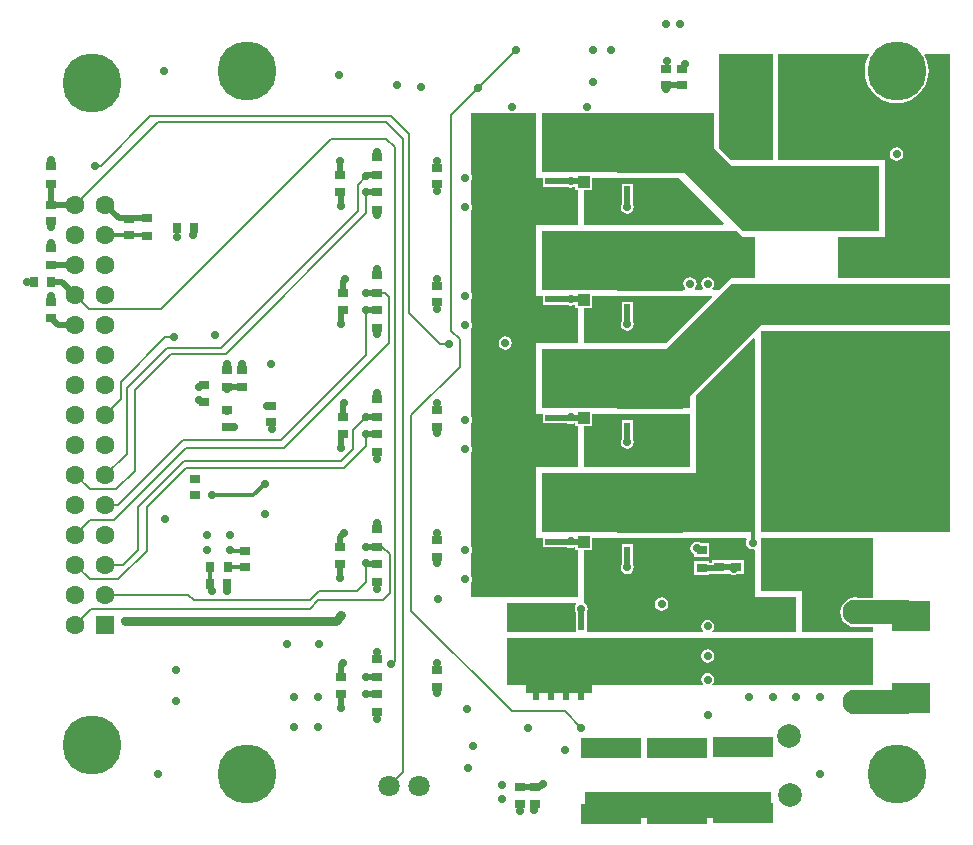
<source format=gbl>
G04 Layer_Physical_Order=4*
G04 Layer_Color=16711680*
%FSLAX44Y44*%
%MOMM*%
G71*
G01*
G75*
%ADD10R,0.8000X0.9000*%
%ADD13R,0.9000X0.8000*%
%ADD14R,2.0000X3.2000*%
%ADD26C,0.5000*%
%ADD27C,0.3000*%
%ADD28C,0.2000*%
%ADD29C,0.7500*%
%ADD37C,2.0000*%
%ADD38C,2.1000*%
%ADD39C,5.0000*%
%ADD40C,1.6000*%
%ADD41R,1.6000X1.6000*%
%ADD42C,1.8000*%
%ADD43C,0.7000*%
%ADD44R,5.1500X1.8000*%
%ADD45R,3.3000X2.5000*%
%ADD46R,1.5000X0.5000*%
%ADD47R,0.5000X1.5000*%
%ADD48R,1.0000X1.0000*%
%ADD49C,2.0000*%
%ADD50R,15.8000X2.3000*%
G36*
X1095000Y845000D02*
X1000000D01*
Y880000D01*
X1040000D01*
Y945000D01*
X950000D01*
Y1035000D01*
X1026226D01*
X1026847Y1033892D01*
X1025869Y1032296D01*
X1024242Y1028369D01*
X1023250Y1024237D01*
X1022916Y1020000D01*
X1023250Y1015763D01*
X1024242Y1011631D01*
X1025869Y1007704D01*
X1028089Y1004081D01*
X1030849Y1000849D01*
X1034081Y998089D01*
X1037704Y995868D01*
X1041631Y994242D01*
X1045763Y993250D01*
X1050000Y992916D01*
X1054237Y993250D01*
X1058369Y994242D01*
X1062296Y995868D01*
X1065919Y998089D01*
X1069151Y1000849D01*
X1071911Y1004081D01*
X1074132Y1007704D01*
X1075758Y1011631D01*
X1076750Y1015763D01*
X1077084Y1020000D01*
X1076750Y1024237D01*
X1075758Y1028369D01*
X1074132Y1032296D01*
X1073153Y1033892D01*
X1073774Y1035000D01*
X1095000D01*
Y845000D01*
D02*
G37*
G36*
X895000Y955000D02*
X910000Y940000D01*
X1035000D01*
Y885000D01*
X920000D01*
X870000Y935000D01*
X869000D01*
Y934000D01*
X813000D01*
Y935000D01*
X750000D01*
Y985000D01*
X785583D01*
X785854Y984819D01*
X788000Y984392D01*
X790146Y984819D01*
X790417Y985000D01*
X895000D01*
Y955000D01*
D02*
G37*
G36*
X745000Y930000D02*
X750500D01*
Y922400D01*
X759557D01*
X760000Y922312D01*
X771117D01*
X771854Y921819D01*
X774000Y921392D01*
X776146Y921819D01*
X776730Y922209D01*
X778000Y921871D01*
Y919500D01*
X780000D01*
Y890000D01*
X745000D01*
Y830000D01*
X750500D01*
Y822400D01*
X759557D01*
X760000Y822312D01*
X771117D01*
X771854Y821819D01*
X774000Y821392D01*
X776146Y821819D01*
X776730Y822209D01*
X778000Y821871D01*
Y819500D01*
X780000D01*
Y790000D01*
X745000D01*
Y730000D01*
X750500D01*
Y722400D01*
X759557D01*
X760000Y722312D01*
X771117D01*
X771854Y721819D01*
X774000Y721392D01*
X776146Y721819D01*
X776730Y722209D01*
X778000Y721871D01*
Y719500D01*
X780000D01*
Y685000D01*
X745000D01*
Y625000D01*
X750500D01*
Y617400D01*
X759557D01*
X760000Y617312D01*
X771117D01*
X771854Y616819D01*
X774000Y616392D01*
X776146Y616819D01*
X776730Y617209D01*
X778000Y616871D01*
Y614500D01*
X780000D01*
Y575000D01*
X690000D01*
Y587583D01*
X690181Y587854D01*
X690608Y590000D01*
X690181Y592146D01*
X690000Y592417D01*
Y612583D01*
X690181Y612854D01*
X690608Y615000D01*
X690181Y617146D01*
X690000Y617417D01*
Y697583D01*
X690181Y697854D01*
X690608Y700000D01*
X690181Y702146D01*
X690000Y702417D01*
Y722583D01*
X690181Y722854D01*
X690608Y725000D01*
X690181Y727146D01*
X690000Y727417D01*
Y802583D01*
X690181Y802854D01*
X690608Y805000D01*
X690181Y807146D01*
X690000Y807417D01*
Y827583D01*
X690181Y827854D01*
X690608Y830000D01*
X690181Y832146D01*
X690000Y832417D01*
Y902583D01*
X690181Y902854D01*
X690608Y905000D01*
X690181Y907146D01*
X690000Y907417D01*
Y927583D01*
X690181Y927854D01*
X690608Y930000D01*
X690181Y932146D01*
X690000Y932417D01*
Y985000D01*
X721583D01*
X721854Y984819D01*
X724000Y984392D01*
X726146Y984819D01*
X726417Y985000D01*
X745000D01*
Y930000D01*
D02*
G37*
G36*
X945000Y945000D02*
X910000D01*
X900000Y955000D01*
Y1035000D01*
X945000D01*
Y945000D01*
D02*
G37*
G36*
X903827Y891173D02*
X903341Y890000D01*
X785000D01*
Y919500D01*
X792000D01*
Y930000D01*
X865000Y930000D01*
X903827Y891173D01*
D02*
G37*
G36*
X920000Y880000D02*
X930000D01*
Y845000D01*
X910000D01*
X900000Y835000D01*
X894529D01*
X894122Y836270D01*
X895181Y837854D01*
X895608Y840000D01*
X895181Y842146D01*
X893965Y843965D01*
X892146Y845181D01*
X890000Y845608D01*
X887854Y845181D01*
X886035Y843965D01*
X884819Y842146D01*
X884392Y840000D01*
X884819Y837854D01*
X885878Y836270D01*
X885471Y835000D01*
X879529D01*
X879122Y836270D01*
X880181Y837854D01*
X880608Y840000D01*
X880181Y842146D01*
X878965Y843965D01*
X877146Y845181D01*
X875000Y845608D01*
X872854Y845181D01*
X871035Y843965D01*
X869819Y842146D01*
X869392Y840000D01*
X869819Y837854D01*
X870878Y836270D01*
X870471Y835000D01*
X869000D01*
Y834000D01*
X813000D01*
Y835000D01*
X750000D01*
Y885000D01*
X915000D01*
X920000Y880000D01*
D02*
G37*
G36*
X893827Y828827D02*
X855000Y790000D01*
X785000D01*
Y819500D01*
X792000D01*
Y830000D01*
X893341D01*
X893827Y828827D01*
D02*
G37*
G36*
X1095000Y805000D02*
X935000D01*
X875000Y745000D01*
Y735000D01*
X869000D01*
Y734000D01*
X813000D01*
Y735000D01*
X750000D01*
Y785000D01*
X855000D01*
X910000Y840000D01*
X1095000D01*
Y805000D01*
D02*
G37*
G36*
X875000Y685000D02*
X785000D01*
Y719500D01*
X792000D01*
Y730000D01*
X875000D01*
Y685000D01*
D02*
G37*
G36*
X1095000Y630000D02*
X935000D01*
Y800000D01*
X1095000D01*
Y630000D01*
D02*
G37*
G36*
X930000Y793341D02*
Y630000D01*
X869000D01*
Y629000D01*
X813000D01*
Y630000D01*
X750000D01*
Y680000D01*
X880000D01*
Y745000D01*
X928827Y793827D01*
X930000Y793341D01*
D02*
G37*
G36*
X1030000Y574004D02*
X1018444D01*
X1018263Y574078D01*
X1015000Y574508D01*
X1011737Y574078D01*
X1008696Y572819D01*
X1006085Y570815D01*
X1004081Y568204D01*
X1002822Y565163D01*
X1002392Y561900D01*
X1002822Y558637D01*
X1004081Y555596D01*
X1006085Y552985D01*
X1008696Y550981D01*
X1011737Y549722D01*
X1015000Y549292D01*
X1018263Y549722D01*
X1018444Y549796D01*
X1030000D01*
Y545000D01*
X970000D01*
Y580000D01*
X935000D01*
Y625000D01*
X1030000D01*
Y574004D01*
D02*
G37*
G36*
X923209Y623730D02*
X922819Y623146D01*
X922392Y621000D01*
X922819Y618854D01*
X924035Y617035D01*
X925854Y615819D01*
X928000Y615392D01*
X929018Y615595D01*
X930000Y614789D01*
Y575000D01*
X965000D01*
Y545000D01*
X894529D01*
X894122Y546270D01*
X895181Y547854D01*
X895608Y550000D01*
X895181Y552146D01*
X893965Y553965D01*
X892146Y555181D01*
X890000Y555608D01*
X887854Y555181D01*
X886035Y553965D01*
X884819Y552146D01*
X884392Y550000D01*
X884819Y547854D01*
X885878Y546270D01*
X885471Y545000D01*
X788663D01*
X787600Y545500D01*
Y561985D01*
X788181Y562854D01*
X788608Y565000D01*
X788181Y567146D01*
X786965Y568965D01*
X785146Y570181D01*
X785000Y570210D01*
Y614500D01*
X792000D01*
Y625000D01*
X922531D01*
X923209Y623730D01*
D02*
G37*
G36*
X778877Y568730D02*
X777819Y567146D01*
X777392Y565000D01*
X777819Y562854D01*
X778600Y561685D01*
Y545500D01*
X777537Y545000D01*
X720000D01*
Y570000D01*
X778471D01*
X778877Y568730D01*
D02*
G37*
G36*
X1030000Y500000D02*
X894529D01*
X894122Y501270D01*
X895181Y502854D01*
X895608Y505000D01*
X895181Y507146D01*
X893965Y508965D01*
X892146Y510181D01*
X890000Y510608D01*
X887854Y510181D01*
X886035Y508965D01*
X884819Y507146D01*
X884392Y505000D01*
X884819Y502854D01*
X885878Y501270D01*
X885471Y500000D01*
X792000D01*
Y494000D01*
X736000D01*
Y500000D01*
X720000D01*
Y540000D01*
X1030000D01*
Y500000D01*
D02*
G37*
%LPC*%
G36*
X1050000Y955608D02*
X1047854Y955181D01*
X1046035Y953965D01*
X1044819Y952146D01*
X1044392Y950000D01*
X1044819Y947854D01*
X1046035Y946035D01*
X1047854Y944819D01*
X1050000Y944392D01*
X1052146Y944819D01*
X1053965Y946035D01*
X1055181Y947854D01*
X1055608Y950000D01*
X1055181Y952146D01*
X1053965Y953965D01*
X1052146Y955181D01*
X1050000Y955608D01*
D02*
G37*
G36*
X718620Y795608D02*
X716474Y795181D01*
X714655Y793965D01*
X713439Y792146D01*
X713012Y790000D01*
X713439Y787854D01*
X714655Y786035D01*
X716474Y784819D01*
X718620Y784392D01*
X720766Y784819D01*
X722585Y786035D01*
X723801Y787854D01*
X724228Y790000D01*
X723801Y792146D01*
X722585Y793965D01*
X720766Y795181D01*
X718620Y795608D01*
D02*
G37*
G36*
X826400Y924500D02*
X817400D01*
Y908015D01*
X816819Y907146D01*
X816392Y905000D01*
X816819Y902854D01*
X818035Y901035D01*
X819854Y899819D01*
X822000Y899392D01*
X824146Y899819D01*
X825965Y901035D01*
X827181Y902854D01*
X827608Y905000D01*
X827181Y907146D01*
X826400Y908315D01*
Y924500D01*
D02*
G37*
G36*
X826400Y824500D02*
X817400D01*
Y809015D01*
X816819Y808146D01*
X816392Y806000D01*
X816819Y803854D01*
X818035Y802035D01*
X819854Y800819D01*
X822000Y800392D01*
X824146Y800819D01*
X825965Y802035D01*
X827181Y803854D01*
X827608Y806000D01*
X827181Y808146D01*
X826400Y809315D01*
Y824500D01*
D02*
G37*
G36*
X826400Y724500D02*
X817400D01*
Y709015D01*
X816819Y708146D01*
X816392Y706000D01*
X816819Y703854D01*
X818035Y702035D01*
X819854Y700819D01*
X822000Y700392D01*
X824146Y700819D01*
X825965Y702035D01*
X827181Y703854D01*
X827608Y706000D01*
X827181Y708146D01*
X826400Y709315D01*
Y724500D01*
D02*
G37*
G36*
X881000Y621608D02*
X878854Y621181D01*
X877035Y619965D01*
X875819Y618146D01*
X875392Y616000D01*
X875819Y613854D01*
X877035Y612035D01*
X878500Y611056D01*
Y608620D01*
X891500D01*
Y620620D01*
X883985D01*
X883146Y621181D01*
X881000Y621608D01*
D02*
G37*
G36*
X906500Y606000D02*
Y606000D01*
X906267Y606000D01*
X893500D01*
Y603968D01*
X891500D01*
Y605380D01*
X878500D01*
Y593380D01*
X891500D01*
Y594792D01*
X893500D01*
Y594000D01*
X906500D01*
Y594000D01*
X907500D01*
Y594000D01*
X909583D01*
X909854Y593819D01*
X912000Y593392D01*
X914146Y593819D01*
X914417Y594000D01*
X920500D01*
Y606000D01*
X907733D01*
X907500Y606000D01*
Y606000D01*
X906500D01*
D02*
G37*
G36*
X826400Y619500D02*
X817400D01*
Y603015D01*
X816819Y602146D01*
X816392Y600000D01*
X816819Y597854D01*
X818035Y596035D01*
X819854Y594819D01*
X822000Y594392D01*
X824146Y594819D01*
X825965Y596035D01*
X827181Y597854D01*
X827608Y600000D01*
X827181Y602146D01*
X826400Y603315D01*
Y619500D01*
D02*
G37*
G36*
X851000Y574608D02*
X848854Y574181D01*
X847035Y572965D01*
X845819Y571146D01*
X845392Y569000D01*
X845819Y566854D01*
X847035Y565035D01*
X848854Y563819D01*
X851000Y563392D01*
X853146Y563819D01*
X854965Y565035D01*
X856181Y566854D01*
X856608Y569000D01*
X856181Y571146D01*
X854965Y572965D01*
X853146Y574181D01*
X851000Y574608D01*
D02*
G37*
G36*
X890000Y530608D02*
X887854Y530181D01*
X886035Y528965D01*
X884819Y527146D01*
X884392Y525000D01*
X884819Y522854D01*
X886035Y521035D01*
X887854Y519819D01*
X890000Y519392D01*
X892146Y519819D01*
X893965Y521035D01*
X895181Y522854D01*
X895608Y525000D01*
X895181Y527146D01*
X893965Y528965D01*
X892146Y530181D01*
X890000Y530608D01*
D02*
G37*
%LPD*%
D10*
X455000Y887000D02*
D03*
X441000D02*
D03*
X320000Y842000D02*
D03*
X334000D02*
D03*
X483000Y586000D02*
D03*
X469000D02*
D03*
X483620Y600000D02*
D03*
X468380D02*
D03*
D13*
X885000Y614620D02*
D03*
Y599380D02*
D03*
X744000Y400000D02*
D03*
Y414000D02*
D03*
X731000D02*
D03*
Y400000D02*
D03*
X868000Y1022000D02*
D03*
Y1008000D02*
D03*
X914000Y614000D02*
D03*
Y600000D02*
D03*
X661000Y623000D02*
D03*
Y609000D02*
D03*
Y838350D02*
D03*
Y824350D02*
D03*
X581000Y818000D02*
D03*
Y832000D02*
D03*
X579000Y918000D02*
D03*
Y932000D02*
D03*
X610000Y617380D02*
D03*
Y632620D02*
D03*
Y832380D02*
D03*
Y847620D02*
D03*
Y932380D02*
D03*
Y947620D02*
D03*
Y507380D02*
D03*
Y522620D02*
D03*
X661000Y938350D02*
D03*
Y924350D02*
D03*
X498000Y614000D02*
D03*
Y600000D02*
D03*
X855000Y1022000D02*
D03*
Y1008000D02*
D03*
X334000Y939620D02*
D03*
Y924380D02*
D03*
Y811000D02*
D03*
Y825000D02*
D03*
Y870000D02*
D03*
Y856000D02*
D03*
X415000Y880380D02*
D03*
Y895620D02*
D03*
X400000Y895000D02*
D03*
Y881000D02*
D03*
X334000Y907000D02*
D03*
Y893000D02*
D03*
X464000Y754000D02*
D03*
Y740000D02*
D03*
X483000Y753000D02*
D03*
Y767000D02*
D03*
X496000Y753000D02*
D03*
Y767000D02*
D03*
X520000Y737000D02*
D03*
Y723000D02*
D03*
X483000Y733000D02*
D03*
Y719000D02*
D03*
X456000Y675000D02*
D03*
Y661000D02*
D03*
X579000Y603000D02*
D03*
Y617000D02*
D03*
X610000Y602620D02*
D03*
Y587380D02*
D03*
Y492620D02*
D03*
Y477380D02*
D03*
X580000Y493000D02*
D03*
Y507000D02*
D03*
X661000Y513000D02*
D03*
Y499000D02*
D03*
X900000Y614000D02*
D03*
Y600000D02*
D03*
X610000Y817620D02*
D03*
Y802380D02*
D03*
Y712620D02*
D03*
Y697380D02*
D03*
X581000Y713000D02*
D03*
Y727000D02*
D03*
X610000Y727380D02*
D03*
Y742620D02*
D03*
X661000Y733000D02*
D03*
Y719000D02*
D03*
X610000Y917620D02*
D03*
Y902380D02*
D03*
D14*
X913300Y970000D02*
D03*
X976700D02*
D03*
X913300Y1015000D02*
D03*
X976700D02*
D03*
X918300Y675000D02*
D03*
X981700D02*
D03*
X918300Y720000D02*
D03*
X981700D02*
D03*
D26*
X885000Y599380D02*
X899380D01*
X858000Y1008000D02*
X868000D01*
X900000Y600000D02*
X911000D01*
X744000Y414000D02*
X748000D01*
X731000D02*
X744000D01*
X748000D02*
X751000Y417000D01*
X400000Y895620D02*
X415000D01*
X391380D02*
X400000D01*
X380000Y907000D02*
X391380Y895620D01*
X760000Y926900D02*
X784600D01*
X760000Y826900D02*
X784600D01*
X760000Y726900D02*
X784600D01*
X339600Y805400D02*
X354600D01*
X334000Y811000D02*
X339600Y805400D01*
X334200Y856200D02*
X354600D01*
X602380Y932380D02*
X610000D01*
X601000Y931000D02*
X602380Y932380D01*
X601380Y917620D02*
X610000D01*
X601000Y918000D02*
X601380Y917620D01*
X580000Y906000D02*
Y917000D01*
X579000Y932000D02*
Y944000D01*
X581000Y832000D02*
Y842100D01*
X582950Y844050D01*
X580000Y806000D02*
Y817000D01*
X581000Y727000D02*
Y738100D01*
X580000Y701000D02*
Y712000D01*
X579000Y617000D02*
Y626100D01*
X581950Y629050D01*
X579000Y591000D02*
Y603000D01*
X580000Y507000D02*
Y518000D01*
X580000Y481000D02*
Y493000D01*
X601380Y507380D02*
X610000D01*
X601380Y492620D02*
X610000D01*
X602380Y602620D02*
X610000D01*
X601380Y617380D02*
X610000D01*
X601380Y712620D02*
X610000D01*
X601380Y727380D02*
X610000D01*
X601380Y817620D02*
X610000D01*
X601380Y832380D02*
X610000D01*
X760000Y621900D02*
X785400D01*
X343400Y842000D02*
X354600Y830800D01*
X334000Y842000D02*
X343400D01*
X485000Y753000D02*
X496000D01*
X334000Y907000D02*
X354600D01*
X334000D02*
Y924380D01*
D27*
X928000Y621000D02*
Y633000D01*
X469000Y586000D02*
Y599380D01*
X483620Y600000D02*
X498000D01*
X487000Y614000D02*
X498000D01*
X380000Y881600D02*
X413780D01*
X470000Y661000D02*
X505000D01*
X515000Y671000D01*
D28*
X415000Y614000D02*
Y651000D01*
X391000Y590000D02*
X415000Y614000D01*
X366800Y590000D02*
X391000D01*
X601000Y900000D02*
Y918000D01*
X482000Y781000D02*
X601000Y900000D01*
X436000Y781000D02*
X482000D01*
X594000Y902000D02*
Y924000D01*
X478000Y786000D02*
X594000Y902000D01*
X432000Y786000D02*
X478000D01*
X366400Y819000D02*
X427000D01*
X400000Y895000D02*
Y895620D01*
X371000Y940000D02*
X376000D01*
X418000Y982000D01*
X622000D01*
X424600Y977000D02*
X618000D01*
X354600Y907000D02*
X424600Y977000D01*
X415000Y651000D02*
X448000Y684000D01*
X582000D01*
X447000Y690000D02*
X580000D01*
X408000Y651000D02*
X447000Y690000D01*
X408000Y615000D02*
Y651000D01*
X448000Y701000D02*
X531000D01*
X387000Y640000D02*
X448000Y701000D01*
X367000Y640000D02*
X387000D01*
X446000Y708000D02*
X529000D01*
X391000Y653000D02*
X446000Y708000D01*
X380000Y653000D02*
X391000D01*
X531000Y701000D02*
X620000Y790000D01*
X380000Y576800D02*
X450200D01*
X553000Y572000D02*
X561000Y580000D01*
X455000Y572000D02*
X553000D01*
X450200Y576800D02*
X455000Y572000D01*
X553000Y565000D02*
X560000Y572000D01*
X368200Y565000D02*
X553000D01*
X354600Y551400D02*
X368200Y565000D01*
X431000Y795000D02*
X438000D01*
X393000Y757000D02*
X431000Y795000D01*
X393000Y742200D02*
Y757000D01*
X380000Y729200D02*
X393000Y742200D01*
X367000Y666000D02*
X389000D01*
X405000Y682000D01*
Y750000D01*
X436000Y781000D01*
X380000Y678400D02*
X398000Y696400D01*
Y752000D01*
X432000Y786000D01*
X673000Y983000D02*
X728000Y1038000D01*
X673000Y800000D02*
Y983000D01*
X560000Y572000D02*
X615000D01*
X621000Y578000D01*
Y611000D01*
X614620Y617380D02*
X621000Y611000D01*
X610000Y617380D02*
X614620D01*
X561000Y580000D02*
X593000D01*
X601000Y588000D01*
Y604000D01*
Y703000D02*
Y713000D01*
X582000Y684000D02*
X601000Y703000D01*
X354600Y602200D02*
X366800Y590000D01*
X380000Y602200D02*
X395200D01*
X408000Y615000D01*
X580000Y690000D02*
X590000Y700000D01*
Y716000D01*
X601000Y727000D01*
X354600Y627600D02*
X367000Y640000D01*
X620000Y790000D02*
Y829000D01*
X616620Y832380D02*
X620000Y829000D01*
X610000Y832380D02*
X616620D01*
X601000Y780000D02*
Y818000D01*
X529000Y708000D02*
X601000Y780000D01*
X354600Y678400D02*
X367000Y666000D01*
X594000Y924000D02*
X601000Y931000D01*
X637000Y815000D02*
Y967000D01*
X622000Y982000D02*
X637000Y967000D01*
X632000Y427000D02*
Y963000D01*
X618000Y977000D02*
X632000Y963000D01*
X620000Y415000D02*
X632000Y427000D01*
X354600Y830800D02*
X366400Y819000D01*
X427000D02*
X571000Y963000D01*
X618000D01*
X625000Y956000D01*
Y521000D02*
Y956000D01*
X622000Y518000D02*
X625000Y521000D01*
X663000Y789000D02*
X671000D01*
X637000Y815000D02*
X663000Y789000D01*
X639000Y563000D02*
Y729000D01*
X680000Y770000D01*
Y793000D01*
X673000Y800000D02*
X680000Y793000D01*
X724000Y478000D02*
X769000D01*
X783000Y464000D01*
X639000Y563000D02*
X724000Y478000D01*
D29*
X397000Y555000D02*
X575000D01*
X580000Y560000D01*
D37*
X960000Y407500D02*
D03*
X959000Y457500D02*
D03*
D38*
X1015000Y485700D02*
D03*
Y523800D02*
D03*
Y561900D02*
D03*
Y600000D02*
D03*
X1015000Y785700D02*
D03*
Y823800D02*
D03*
Y861900D02*
D03*
Y900000D02*
D03*
D39*
X500000Y425000D02*
D03*
X369000Y450000D02*
D03*
Y1010000D02*
D03*
X1050000Y425000D02*
D03*
Y1020000D02*
D03*
X500000D02*
D03*
D40*
X354600Y703800D02*
D03*
Y754600D02*
D03*
Y729200D02*
D03*
Y780000D02*
D03*
Y678400D02*
D03*
Y653000D02*
D03*
Y627600D02*
D03*
Y602200D02*
D03*
Y576800D02*
D03*
Y551400D02*
D03*
X380000Y576800D02*
D03*
Y602200D02*
D03*
Y627600D02*
D03*
Y653000D02*
D03*
Y678400D02*
D03*
Y703800D02*
D03*
Y729200D02*
D03*
Y754600D02*
D03*
Y780000D02*
D03*
Y907000D02*
D03*
Y881600D02*
D03*
Y856200D02*
D03*
Y830800D02*
D03*
Y805400D02*
D03*
X354600D02*
D03*
Y830800D02*
D03*
Y856200D02*
D03*
Y881600D02*
D03*
Y907000D02*
D03*
D41*
X380000Y551400D02*
D03*
D42*
X645400Y415000D02*
D03*
X620000D02*
D03*
D43*
X769000Y445000D02*
D03*
X867000Y1060000D02*
D03*
X855000D02*
D03*
X881000Y616000D02*
D03*
X912000Y599000D02*
D03*
X851000Y569000D02*
D03*
X940000Y645000D02*
D03*
X928000Y621000D02*
D03*
X731000Y394000D02*
D03*
X743000Y395000D02*
D03*
X751000Y417000D02*
D03*
X716000Y404000D02*
D03*
Y416000D02*
D03*
X409000Y555000D02*
D03*
X397000Y555000D02*
D03*
X580000Y560000D02*
D03*
X662000Y573000D02*
D03*
X917000Y615000D02*
D03*
X871000Y1026000D02*
D03*
X735000Y648000D02*
D03*
Y661000D02*
D03*
Y617000D02*
D03*
Y632000D02*
D03*
Y720000D02*
D03*
Y735000D02*
D03*
Y750000D02*
D03*
Y765000D02*
D03*
Y920000D02*
D03*
Y935000D02*
D03*
Y950000D02*
D03*
Y965000D02*
D03*
X734000Y853000D02*
D03*
Y867000D02*
D03*
Y820000D02*
D03*
Y835000D02*
D03*
X800000Y635000D02*
D03*
X815000D02*
D03*
X830000D02*
D03*
X845000D02*
D03*
X860000D02*
D03*
X810000Y758000D02*
D03*
X825000D02*
D03*
X840000D02*
D03*
X855000D02*
D03*
X871000D02*
D03*
X870000Y740000D02*
D03*
X855000D02*
D03*
X840000D02*
D03*
X825000D02*
D03*
X810000D02*
D03*
X800000Y820000D02*
D03*
X890000Y840000D02*
D03*
X875000D02*
D03*
X815000D02*
D03*
X830000D02*
D03*
X800000D02*
D03*
X845000D02*
D03*
X860000D02*
D03*
X825000Y940000D02*
D03*
X840000D02*
D03*
X810000D02*
D03*
X855000D02*
D03*
X870000D02*
D03*
X960000Y955000D02*
D03*
Y980000D02*
D03*
X1035000Y955000D02*
D03*
Y980000D02*
D03*
X1015000Y955000D02*
D03*
Y980000D02*
D03*
Y1006000D02*
D03*
Y1025000D02*
D03*
X940000Y1015000D02*
D03*
X907000Y955000D02*
D03*
Y980000D02*
D03*
Y1005000D02*
D03*
Y1025000D02*
D03*
X940000Y968000D02*
D03*
X371000Y940000D02*
D03*
X438000Y795000D02*
D03*
X724000Y990000D02*
D03*
X696000Y1006000D02*
D03*
X728000Y1038000D02*
D03*
X810000Y695000D02*
D03*
X825000D02*
D03*
X840000D02*
D03*
X855000D02*
D03*
X870000D02*
D03*
Y585000D02*
D03*
X855000D02*
D03*
X840000D02*
D03*
X825000D02*
D03*
X810000D02*
D03*
X930000Y955000D02*
D03*
Y980000D02*
D03*
Y1005000D02*
D03*
Y1025000D02*
D03*
X825000Y895000D02*
D03*
X840000D02*
D03*
X810000D02*
D03*
X855000D02*
D03*
X870000D02*
D03*
X715000Y965000D02*
D03*
Y950000D02*
D03*
Y935000D02*
D03*
Y920000D02*
D03*
Y835000D02*
D03*
Y820000D02*
D03*
Y765000D02*
D03*
Y750000D02*
D03*
Y735000D02*
D03*
Y720000D02*
D03*
X725000Y565000D02*
D03*
X745000D02*
D03*
X770000D02*
D03*
X810000Y795000D02*
D03*
X825000D02*
D03*
X840000D02*
D03*
X855000D02*
D03*
X822000Y600000D02*
D03*
X774000Y622000D02*
D03*
X822000Y706000D02*
D03*
X774000Y727000D02*
D03*
X822000Y806000D02*
D03*
X774000Y827000D02*
D03*
X822000Y905000D02*
D03*
X774000Y927000D02*
D03*
X686000Y480000D02*
D03*
X685000Y590000D02*
D03*
Y615000D02*
D03*
Y700000D02*
D03*
Y725000D02*
D03*
Y805000D02*
D03*
Y830000D02*
D03*
Y905000D02*
D03*
Y930000D02*
D03*
X783000Y565000D02*
D03*
X661000Y604000D02*
D03*
Y629000D02*
D03*
Y739000D02*
D03*
Y714000D02*
D03*
Y844000D02*
D03*
Y819000D02*
D03*
Y919000D02*
D03*
Y944000D02*
D03*
Y519000D02*
D03*
Y494000D02*
D03*
X691000Y449000D02*
D03*
X856000Y1029000D02*
D03*
X855000Y1005000D02*
D03*
X960000Y1026000D02*
D03*
X334000Y830000D02*
D03*
Y875000D02*
D03*
X601000Y507000D02*
D03*
Y493000D02*
D03*
Y617000D02*
D03*
Y604000D02*
D03*
Y727000D02*
D03*
Y713000D02*
D03*
Y832000D02*
D03*
Y818000D02*
D03*
Y918000D02*
D03*
Y931000D02*
D03*
X610000Y952000D02*
D03*
Y898000D02*
D03*
Y853000D02*
D03*
Y798000D02*
D03*
Y748000D02*
D03*
Y692000D02*
D03*
Y638000D02*
D03*
Y582000D02*
D03*
X579000Y591000D02*
D03*
X581950Y629050D02*
D03*
X580000Y701000D02*
D03*
X581950Y739050D02*
D03*
X580000Y806000D02*
D03*
X582950Y844050D02*
D03*
X580000Y906000D02*
D03*
X578950Y944050D02*
D03*
X580000Y481000D02*
D03*
X581000Y519000D02*
D03*
X610000Y528000D02*
D03*
Y472000D02*
D03*
X774000Y952000D02*
D03*
Y853000D02*
D03*
X773000Y752000D02*
D03*
Y647000D02*
D03*
X715000Y632000D02*
D03*
Y617000D02*
D03*
Y661000D02*
D03*
Y648000D02*
D03*
Y867000D02*
D03*
Y853000D02*
D03*
X441000Y880000D02*
D03*
X454000Y881000D02*
D03*
X472500Y797000D02*
D03*
X470000Y580000D02*
D03*
X483000D02*
D03*
X440000Y513000D02*
D03*
Y487000D02*
D03*
X534000Y535000D02*
D03*
X561000D02*
D03*
X457000Y661000D02*
D03*
Y675000D02*
D03*
X431000Y641000D02*
D03*
X466000Y627000D02*
D03*
X486000D02*
D03*
X466000Y615000D02*
D03*
X486000D02*
D03*
X540000Y490000D02*
D03*
X560000D02*
D03*
X540000Y465000D02*
D03*
X560000D02*
D03*
X793000Y1011000D02*
D03*
Y1038000D02*
D03*
X788000Y990000D02*
D03*
X578000Y1017000D02*
D03*
X627000Y1008000D02*
D03*
X647000Y1007000D02*
D03*
X459000Y742000D02*
D03*
Y753000D02*
D03*
X483000Y751000D02*
D03*
Y732000D02*
D03*
X489000Y719000D02*
D03*
X521000Y717000D02*
D03*
X517000Y737000D02*
D03*
X483000Y772000D02*
D03*
X496000D02*
D03*
X520000D02*
D03*
X334000Y888000D02*
D03*
X515000Y645000D02*
D03*
X470000Y661000D02*
D03*
X515000Y671000D02*
D03*
X334000Y945000D02*
D03*
X687000Y430000D02*
D03*
X808000Y1038000D02*
D03*
X718620Y790000D02*
D03*
X738000Y464000D02*
D03*
X622000Y518000D02*
D03*
X783000Y464000D02*
D03*
X671000Y789000D02*
D03*
X800000Y855000D02*
D03*
X815000D02*
D03*
X830000D02*
D03*
X845000D02*
D03*
X860000D02*
D03*
X875000D02*
D03*
X890000D02*
D03*
X905000D02*
D03*
X920000D02*
D03*
X870000Y955000D02*
D03*
X855000D02*
D03*
X810000D02*
D03*
X840000D02*
D03*
X825000D02*
D03*
X995000D02*
D03*
Y980000D02*
D03*
Y1005000D02*
D03*
Y1025000D02*
D03*
X915000Y405000D02*
D03*
X895000D02*
D03*
X935000D02*
D03*
X875000D02*
D03*
X795000D02*
D03*
X815000D02*
D03*
X835000D02*
D03*
X855000D02*
D03*
X870000Y650000D02*
D03*
X855000D02*
D03*
X840000D02*
D03*
X825000D02*
D03*
X810000D02*
D03*
X1005000Y735000D02*
D03*
Y720000D02*
D03*
Y705000D02*
D03*
Y690000D02*
D03*
Y675000D02*
D03*
Y660000D02*
D03*
X965000Y735000D02*
D03*
Y720000D02*
D03*
Y705000D02*
D03*
Y690000D02*
D03*
Y675000D02*
D03*
Y660000D02*
D03*
X815000Y450000D02*
D03*
X830000D02*
D03*
X850000D02*
D03*
X865000D02*
D03*
X885000D02*
D03*
X900000D02*
D03*
X920000D02*
D03*
X890000Y475000D02*
D03*
Y505000D02*
D03*
Y525000D02*
D03*
Y550000D02*
D03*
X945000Y490000D02*
D03*
X985000D02*
D03*
X925000D02*
D03*
X965000D02*
D03*
X985000Y425000D02*
D03*
X1050000Y950000D02*
D03*
X425000Y425000D02*
D03*
X430000Y1020000D02*
D03*
X314000Y842000D02*
D03*
D44*
X920000Y392000D02*
D03*
Y448000D02*
D03*
X864000Y391000D02*
D03*
Y447000D02*
D03*
X808000Y391000D02*
D03*
Y447000D02*
D03*
D45*
X1062000Y558500D02*
D03*
Y489500D02*
D03*
D46*
X700000Y865000D02*
D03*
Y852300D02*
D03*
Y839600D02*
D03*
Y826900D02*
D03*
X760000D02*
D03*
Y839600D02*
D03*
Y852300D02*
D03*
Y865000D02*
D03*
X700000Y765000D02*
D03*
Y752300D02*
D03*
Y739600D02*
D03*
Y726900D02*
D03*
X760000D02*
D03*
Y739600D02*
D03*
Y752300D02*
D03*
Y765000D02*
D03*
X700000Y965000D02*
D03*
Y952300D02*
D03*
Y939600D02*
D03*
Y926900D02*
D03*
X760000D02*
D03*
Y939600D02*
D03*
Y952300D02*
D03*
Y965000D02*
D03*
X700000Y660000D02*
D03*
Y647300D02*
D03*
Y634600D02*
D03*
Y621900D02*
D03*
X760000D02*
D03*
Y634600D02*
D03*
Y647300D02*
D03*
Y660000D02*
D03*
D47*
X860000Y875000D02*
D03*
X847300D02*
D03*
X834600D02*
D03*
X821900D02*
D03*
Y815000D02*
D03*
X834600D02*
D03*
X847300D02*
D03*
X860000D02*
D03*
X860000Y775000D02*
D03*
X847300D02*
D03*
X834600D02*
D03*
X821900D02*
D03*
Y715000D02*
D03*
X834600D02*
D03*
X847300D02*
D03*
X860000D02*
D03*
X860000Y975000D02*
D03*
X847300D02*
D03*
X834600D02*
D03*
X821900D02*
D03*
Y915000D02*
D03*
X834600D02*
D03*
X847300D02*
D03*
X860000D02*
D03*
X745000Y495000D02*
D03*
X757700D02*
D03*
X770400D02*
D03*
X783100D02*
D03*
Y555000D02*
D03*
X770400D02*
D03*
X757700D02*
D03*
X745000D02*
D03*
X860000Y670000D02*
D03*
X847300D02*
D03*
X834600D02*
D03*
X821900D02*
D03*
Y610000D02*
D03*
X834600D02*
D03*
X847300D02*
D03*
X860000D02*
D03*
D48*
X785000Y621500D02*
D03*
Y648500D02*
D03*
Y726500D02*
D03*
Y753500D02*
D03*
X785000Y826500D02*
D03*
Y853500D02*
D03*
X785000Y926500D02*
D03*
Y953500D02*
D03*
D49*
X1058200Y485700D02*
X1062000Y489500D01*
X1015000Y485700D02*
X1058200D01*
X1058600Y561900D02*
X1062000Y558500D01*
X1015000Y561900D02*
X1058600D01*
D50*
X865000Y398500D02*
D03*
M02*

</source>
